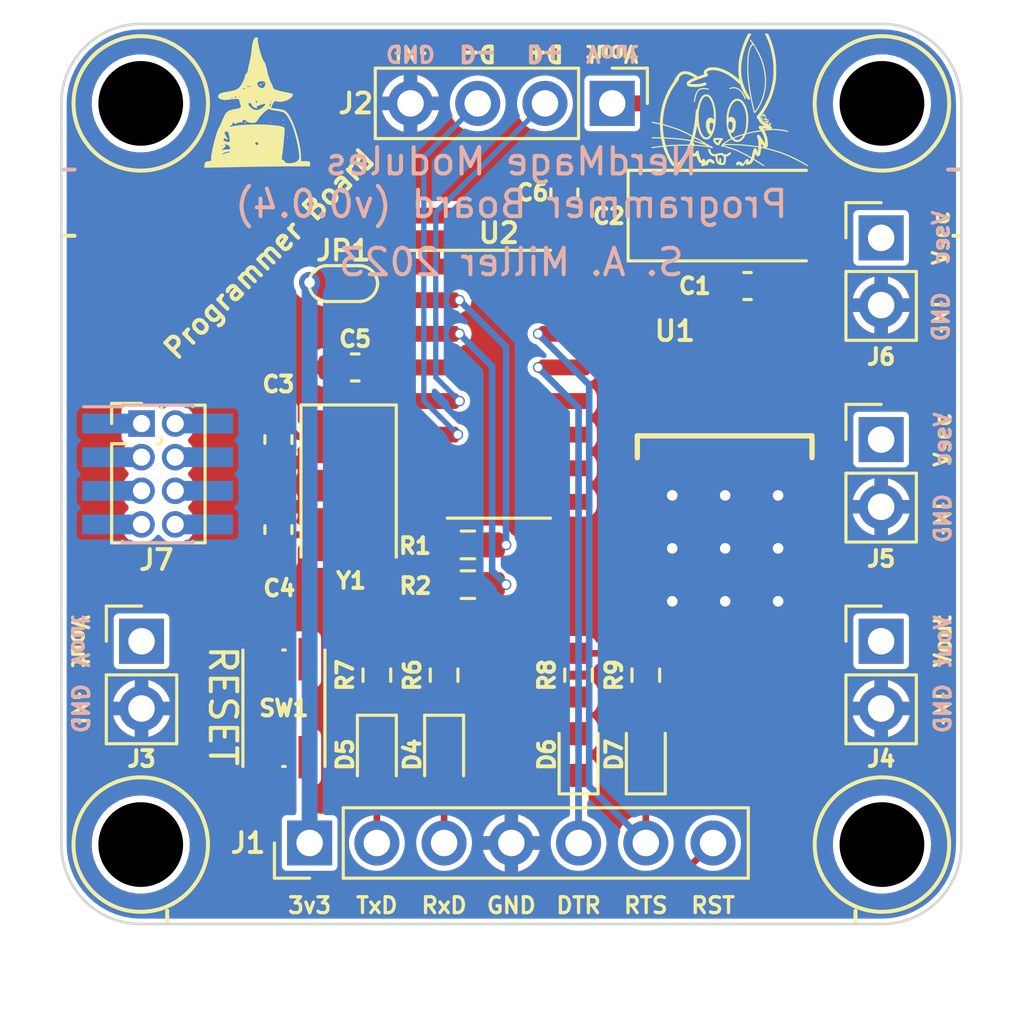
<source format=kicad_pcb>
(kicad_pcb (version 20211014) (generator pcbnew)
  (title_block (title "Programmer Board") (rev "0.0.4") (company "The Nerd Mage"))
  (layers (0 "F.Cu" signal) (31 "B.Cu" signal) (34 "B.Paste" user) (35 "F.Paste" user) (36 "B.SilkS" user "B.Silkscreen") (37 "F.SilkS" user "F.Silkscreen") (38 "B.Mask" user) (39 "F.Mask" user) (44 "Edge.Cuts" user))
  (property "Revision" "0.0.4")
  (net 0 "")
  (net 1 "UD+")
  (net 2 "UD-")
  (net 3 "GND")
  (net 4 "Vout")
  (net 7 "SDA")
  (net 8 "SCL")
  (net 9 "RESET")
  (net 10 "ATTACH")
  (net 11 "POWER_OK2")
  (net 12 "POWER_OK3")
  (net 13 "ALERT")
  (net 14 "GPIO")
  (net 15 "Vsec")
  (net 16 "/XI")
  (net 17 "/XO")
  (net 18 "Net-(R1-Pad1)")
  (net 19 "IO3")
  (net 20 "Net-(R2-Pad1)")
  (net 21 "IO1")
  (net 22 "CTS")
  (net 23 "DSR")
  (net 24 "RI")
  (net 25 "DCD")
  (net 26 "DTR")
  (net 27 "RTS")
  (net 29 "RST")
  (net 32 "+3V3")
  (net 33 "Net-(R6-Pad2)")
  (net 34 "Net-(R7-Pad2)")
  (net 35 "Net-(R8-Pad1)")
  (net 36 "Net-(D7-Pad2)")
  (footprint "Tinker:Mount" (layer "F.Cu") (at 114 101)
    (fp_text reference "REF**" hide)
    (fp_text value "Mount" hide)
    (pad "" np_thru_hole circle (at 0 0) (size 3.2 3.2) (drill 3.2) (layers *.Mask))
  )
  (footprint "Resistor_SMD:R_0603_1608Metric" (layer "F.Cu") (at 102.54 94.6 90)
    (fp_text reference "R8" (at 0 -1.2 90) (layer "F.SilkS") (effects (font (size 0.6 0.6))))
    (fp_text value "1k")
    (pad "1" smd roundrect (at -0.825 0 90) (size 0.8 0.95) (layers "F.Cu" "F.Paste" "F.Mask") (net 35 "Net-(R8-Pad1)"))
    (pad "2" smd roundrect (at 0.825 0 90) (size 0.8 0.95) (layers "F.Cu" "F.Paste" "F.Mask") (net 15 "Vsec"))
  )
  (footprint "Resistor_SMD:R_0603_1608Metric" (layer "F.Cu") (at 94.92 94.6 -90)
    (fp_text reference "R7" (at 0 1.2 90) (layer "F.SilkS") (effects (font (size 0.6 0.6))))
    (fp_text value "1k")
    (pad "1" smd roundrect (at -0.825 0 270) (size 0.8 0.95) (layers "F.Cu" "F.Paste" "F.Mask") (net 3 "GND"))
    (pad "2" smd roundrect (at 0.825 0 270) (size 0.8 0.95) (layers "F.Cu" "F.Paste" "F.Mask") (net 34 "Net-(R7-Pad2)"))
  )
  (footprint "Tinker:PinHeader_2x04_P1.27mm_Vertical" (layer "F.Cu") (at 86.03 85.095)
    (fp_text reference "J7" (at 0.560122 5.155017) (layer "F.SilkS") (effects (font (size 0.75 0.75))))
    (fp_text value "Conn_01x08_Male" hide)
    (pad "1" thru_hole rect (at 0 0) (size 1 1) (drill 0.65) (layers *.Cu *.Mask) (net 9 "RESET"))
    (pad "1" smd rect (at -1.195 0) (size 2.1 0.75) (layers "B.Cu" "B.Paste" "B.Mask") (net 9 "RESET"))
    (pad "2" thru_hole oval (at 1.27 0) (size 1 1) (drill 0.65) (layers *.Cu *.Mask) (net 10 "ATTACH"))
    (pad "2" smd rect (at 2.405 0) (size 2.1 0.75) (layers "B.Cu" "B.Paste" "B.Mask") (net 10 "ATTACH"))
    (pad "3" smd rect (at -1.195 1.27) (size 2.1 0.75) (layers "B.Cu" "B.Paste" "B.Mask") (net 8 "SCL"))
    (pad "3" thru_hole oval (at 0 1.27) (size 1 1) (drill 0.65) (layers *.Cu *.Mask) (net 8 "SCL"))
    (pad "4" thru_hole oval (at 1.27 1.27) (size 1 1) (drill 0.65) (layers *.Cu *.Mask) (net 11 "POWER_OK2"))
    (pad "4" smd rect (at 2.405 1.27) (size 2.1 0.75) (layers "B.Cu" "B.Paste" "B.Mask") (net 11 "POWER_OK2"))
    (pad "5" thru_hole oval (at 0 2.54) (size 1 1) (drill 0.65) (layers *.Cu *.Mask) (net 7 "SDA"))
    (pad "5" smd rect (at -1.195 2.54) (size 2.1 0.75) (layers "B.Cu" "B.Paste" "B.Mask") (net 7 "SDA"))
    (pad "6" smd rect (at 2.405 2.54) (size 2.1 0.75) (layers "B.Cu" "B.Paste" "B.Mask") (net 12 "POWER_OK3"))
    (pad "6" thru_hole oval (at 1.27 2.54) (size 1 1) (drill 0.65) (layers *.Cu *.Mask) (net 12 "POWER_OK3"))
    (pad "7" smd rect (at -1.195 3.81) (size 2.1 0.75) (layers "B.Cu" "B.Paste" "B.Mask") (net 13 "ALERT"))
    (pad "7" thru_hole oval (at 0 3.81) (size 1 1) (drill 0.65) (layers *.Cu *.Mask) (net 13 "ALERT"))
    (pad "8" smd rect (at 2.405 3.81) (size 2.1 0.75) (layers "B.Cu" "B.Paste" "B.Mask") (net 14 "GPIO"))
    (pad "8" thru_hole oval (at 1.27 3.81) (size 1 1) (drill 0.65) (layers *.Cu *.Mask) (net 14 "GPIO"))
  )
  (footprint "Tinker:Mount" (layer "F.Cu") (at 86 101)
    (fp_text reference "REF**" hide)
    (fp_text value "Mount" hide)
    (pad "" np_thru_hole circle (at 0 0) (size 3.2 3.2) (drill 3.2) (layers *.Mask))
  )
  (footprint "Tinker:DagNabbit" (layer "F.Cu") (at 108 73.5)
    (fp_text reference "REF**" hide)
    (fp_text value "DagNabbit" hide)
  )
  (footprint "Capacitor_SMD:C_0603_1608Metric_Pad1.08x0.95mm_HandSolder" (layer "F.Cu") (at 91.2 89.1 90)
    (fp_text reference "C4" (at -2.216513 0.035654) (layer "F.SilkS") (effects (font (size 0.6 0.6))))
    (fp_text value "20p")
    (pad "1" smd roundrect (at -0.8625 0 90) (size 1.075 0.95) (layers "F.Cu" "F.Paste" "F.Mask") (net 17 "/XO"))
    (pad "2" smd roundrect (at 0.8625 0 90) (size 1.075 0.95) (layers "F.Cu" "F.Paste" "F.Mask") (net 3 "GND"))
  )
  (footprint "Resistor_SMD:R_0603_1608Metric_Pad0.98x0.95mm_HandSolder" (layer "F.Cu") (at 98.358907 91.18 180)
    (fp_text reference "R2" (at 1.982451 -0.048846) (layer "F.SilkS") (effects (font (size 0.6 0.6))))
    (fp_text value "10K")
    (pad "1" smd roundrect (at -0.9125 0 180) (size 0.975 0.95) (layers "F.Cu" "F.Paste" "F.Mask") (net 20 "Net-(R2-Pad1)"))
    (pad "2" smd roundrect (at 0.9125 0 180) (size 0.975 0.95) (layers "F.Cu" "F.Paste" "F.Mask") (net 21 "IO1"))
  )
  (footprint "Capacitor_SMD:C_0603_1608Metric_Pad1.08x0.95mm_HandSolder" (layer "F.Cu") (at 91.2 85.7 -90)
    (fp_text reference "C3" (at -2.087623 0) (layer "F.SilkS") (effects (font (size 0.6 0.6))))
    (fp_text value "20p")
    (pad "1" smd roundrect (at -0.8625 0 270) (size 1.075 0.95) (layers "F.Cu" "F.Paste" "F.Mask") (net 16 "/XI"))
    (pad "2" smd roundrect (at 0.8625 0 270) (size 1.075 0.95) (layers "F.Cu" "F.Paste" "F.Mask") (net 3 "GND"))
  )
  (footprint "Package_SO:SOIC-16_3.9x9.9mm_P1.27mm" (layer "F.Cu") (at 99.527801 83.610076)
    (fp_text reference "U2" (at 0 -5.710076) (layer "F.SilkS") (effects (font (size 0.75 0.75))))
    (fp_text value "CH340G/C")
    (pad "1" smd roundrect (at -2.475 -4.445) (size 1.95 0.6) (layers "F.Cu" "F.Paste" "F.Mask") (net 3 "GND"))
    (pad "2" smd roundrect (at -2.475 -3.175) (size 1.95 0.6) (layers "F.Cu" "F.Paste" "F.Mask") (net 18 "Net-(R1-Pad1)"))
    (pad "3" smd roundrect (at -2.475 -1.905) (size 1.95 0.6) (layers "F.Cu" "F.Paste" "F.Mask") (net 20 "Net-(R2-Pad1)"))
    (pad "4" smd roundrect (at -2.475 -0.635) (size 1.95 0.6) (layers "F.Cu" "F.Paste" "F.Mask") (net 15 "Vsec"))
    (pad "5" smd roundrect (at -2.475 0.635) (size 1.95 0.6) (layers "F.Cu" "F.Paste" "F.Mask") (net 1 "UD+"))
    (pad "6" smd roundrect (at -2.475 1.905) (size 1.95 0.6) (layers "F.Cu" "F.Paste" "F.Mask") (net 2 "UD-"))
    (pad "7" smd roundrect (at -2.475 3.175) (size 1.95 0.6) (layers "F.Cu" "F.Paste" "F.Mask") (net 16 "/XI"))
    (pad "8" smd roundrect (at -2.475 4.445) (size 1.95 0.6) (layers "F.Cu" "F.Paste" "F.Mask") (net 17 "/XO"))
    (pad "9" smd roundrect (at 2.475 4.445) (size 1.95 0.6) (layers "F.Cu" "F.Paste" "F.Mask") (net 22 "CTS"))
    (pad "10" smd roundrect (at 2.475 3.175) (size 1.95 0.6) (layers "F.Cu" "F.Paste" "F.Mask") (net 23 "DSR"))
    (pad "11" smd roundrect (at 2.475 1.905) (size 1.95 0.6) (layers "F.Cu" "F.Paste" "F.Mask") (net 24 "RI"))
    (pad "12" smd roundrect (at 2.475 0.635) (size 1.95 0.6) (layers "F.Cu" "F.Paste" "F.Mask") (net 25 "DCD"))
    (pad "13" smd roundrect (at 2.475 -0.635) (size 1.95 0.6) (layers "F.Cu" "F.Paste" "F.Mask") (net 26 "DTR"))
    (pad "14" smd roundrect (at 2.475 -1.905) (size 1.95 0.6) (layers "F.Cu" "F.Paste" "F.Mask") (net 27 "RTS"))
    (pad "15" smd roundrect (at 2.475 -3.175) (size 1.95 0.6) (layers "F.Cu" "F.Paste" "F.Mask"))
    (pad "16" smd roundrect (at 2.475 -4.445) (size 1.95 0.6) (layers "F.Cu" "F.Paste" "F.Mask") (net 15 "Vsec"))
  )
  (footprint "Tinker:PinHeader_1x02_P2.54mm_Vertical" (layer "F.Cu") (at 113.97 93.32)
    (fp_text reference "J4" (at 0 4.44169) (layer "F.SilkS") (effects (font (size 0.6 0.6))))
    (fp_text value "Conn_01x02_Male" hide)
    (pad "1" thru_hole rect (at 0 0) (size 1.7 1.7) (drill 1) (layers *.Cu *.Mask))
    (pad "2" thru_hole oval (at 0 2.54) (size 1.7 1.7) (drill 1) (layers *.Cu *.Mask) (net 3 "GND"))
  )
  (footprint "Tinker:CP_EIA-6032-28-Tantalumm_HandSolder" (layer "F.Cu") (at 108.146545 77.24)
    (fp_text reference "C2" (at -4.460348 0.016069) (layer "F.SilkS") (effects (font (size 0.6 0.6))))
    (fp_text value "22uf" hide)
    (pad "1" smd roundrect (at -2.55 0) (size 2.25 2.35) (layers "F.Cu" "F.Paste" "F.Mask") (roundrect_rratio 0.111111) (net 15 "Vsec"))
    (pad "2" smd roundrect (at 2.55 0) (size 2.25 2.35) (layers "F.Cu" "F.Paste" "F.Mask") (roundrect_rratio 0.111111) (net 3 "GND"))
  )
  (footprint "Capacitor_SMD:C_0603_1608Metric_Pad1.08x0.95mm_HandSolder" (layer "F.Cu") (at 102.002801 76.3775 90)
    (fp_text reference "C6" (at 0.00549 -1.202801) (layer "F.SilkS") (effects (font (size 0.6 0.6))))
    (fp_text value "100nf")
    (pad "1" smd roundrect (at -0.8625 0 90) (size 1.075 0.95) (layers "F.Cu" "F.Paste" "F.Mask") (net 15 "Vsec"))
    (pad "2" smd roundrect (at 0.8625 0 90) (size 1.075 0.95) (layers "F.Cu" "F.Paste" "F.Mask") (net 3 "GND"))
  )
  (footprint "Tinker:Mount" (layer "F.Cu") (at 114 73)
    (fp_text reference "REF**" hide)
    (fp_text value "Mount" hide)
    (pad "" np_thru_hole circle (at 0 0) (size 3.2 3.2) (drill 3.2) (layers *.Mask))
  )
  (footprint "Crystal:Crystal_SMD_5032-2Pin_5.0x3.2mm" (layer "F.Cu") (at 93.852613 87.442 -90)
    (fp_text reference "Y1" (at 3.589448 -0.096252) (layer "F.SilkS") (effects (font (size 0.6 0.6))))
    (fp_text value "12M")
    (pad "1" smd rect (at -1.85 0 270) (size 2 2.4) (layers "F.Cu" "F.Paste" "F.Mask") (net 16 "/XI"))
    (pad "2" smd rect (at 1.85 0 270) (size 2 2.4) (layers "F.Cu" "F.Paste" "F.Mask") (net 17 "/XO"))
  )
  (footprint "Resistor_SMD:R_0603_1608Metric" (layer "F.Cu") (at 105.08 94.6 90)
    (fp_text reference "R9" (at 0 -1.2 90) (layer "F.SilkS") (effects (font (size 0.6 0.6))))
    (fp_text value "1k")
    (pad "1" smd roundrect (at -0.825 0 90) (size 0.8 0.95) (layers "F.Cu" "F.Paste" "F.Mask") (net 36 "Net-(D7-Pad2)"))
    (pad "2" smd roundrect (at 0.825 0 90) (size 0.8 0.95) (layers "F.Cu" "F.Paste" "F.Mask") (net 15 "Vsec"))
  )
  (footprint "Tinker:SW_Push_TS273014TP" (layer "F.Cu") (at 91.409081 95.849328 90)
    (fp_text reference "SW1" (at 0 0) (layer "F.SilkS") (effects (font (size 0.6 0.6))))
    (fp_text value "SW_Push" hide)
    (pad "1" smd rect (at 1.85 -0.85 90) (size 1.6 0.6) (layers "F.Cu" "F.Paste" "F.Mask") (net 29 "RST"))
    (pad "1" smd rect (at -1.85 -0.85 90) (size 1.6 0.6) (layers "F.Cu" "F.Paste" "F.Mask") (net 29 "RST"))
    (pad "2" smd rect (at -1.85 0.85 90) (size 1.6 0.6) (layers "F.Cu" "F.Paste" "F.Mask") (net 32 "+3V3"))
    (pad "2" smd rect (at 1.85 0.85 90) (size 1.6 0.6) (layers "F.Cu" "F.Paste" "F.Mask") (net 32 "+3V3"))
  )
  (footprint "Tinker:PinHeader_1x02_P2.54mm_Vertical" (layer "F.Cu") (at 86.03 93.32)
    (fp_text reference "J3" (at 0 4.44169) (layer "F.SilkS") (effects (font (size 0.6 0.6))))
    (fp_text value "Conn_01x02_Male" hide)
    (pad "1" thru_hole rect (at 0 0) (size 1.7 1.7) (drill 1) (layers *.Cu *.Mask))
    (pad "2" thru_hole oval (at 0 2.54) (size 1.7 1.7) (drill 1) (layers *.Cu *.Mask) (net 3 "GND"))
  )
  (footprint "Resistor_SMD:R_0603_1608Metric" (layer "F.Cu") (at 97.46 94.6 -90)
    (fp_text reference "R6" (at 0 1.2 90) (layer "F.SilkS") (effects (font (size 0.6 0.6))))
    (fp_text value "1k")
    (pad "1" smd roundrect (at -0.825 0 270) (size 0.8 0.95) (layers "F.Cu" "F.Paste" "F.Mask") (net 3 "GND"))
    (pad "2" smd roundrect (at 0.825 0 270) (size 0.8 0.95) (layers "F.Cu" "F.Paste" "F.Mask") (net 33 "Net-(R6-Pad2)"))
  )
  (footprint "LED_SMD:LED_0603_1608Metric" (layer "F.Cu") (at 102.54 97.6 90)
    (fp_text reference "D6" (at 0 -1.2 90) (layer "F.SilkS") (effects (font (size 0.6 0.6))))
    (fp_text value "yellow")
    (pad "1" smd roundrect (at -0.7875 0 90) (size 0.875 0.95) (layers "F.Cu" "F.Paste" "F.Mask") (net 26 "DTR"))
    (pad "2" smd roundrect (at 0.7875 0 90) (size 0.875 0.95) (layers "F.Cu" "F.Paste" "F.Mask") (net 35 "Net-(R8-Pad1)"))
  )
  (footprint "LED_SMD:LED_0603_1608Metric" (layer "F.Cu") (at 97.46 97.6 -90)
    (fp_text reference "D4" (at 0 1.2 90) (layer "F.SilkS") (effects (font (size 0.6 0.6))))
    (fp_text value "red")
    (pad "1" smd roundrect (at -0.7875 0 270) (size 0.875 0.95) (layers "F.Cu" "F.Paste" "F.Mask") (net 33 "Net-(R6-Pad2)"))
    (pad "2" smd roundrect (at 0.7875 0 270) (size 0.875 0.95) (layers "F.Cu" "F.Paste" "F.Mask") (net 21 "IO1"))
  )
  (footprint "Resistor_SMD:R_0603_1608Metric_Pad0.98x0.95mm_HandSolder" (layer "F.Cu") (at 98.358907 89.68 180)
    (fp_text reference "R1" (at 1.999799 -0.038663) (layer "F.SilkS") (effects (font (size 0.6 0.6))))
    (fp_text value "10K")
    (pad "1" smd roundrect (at -0.9125 0 180) (size 0.975 0.95) (layers "F.Cu" "F.Paste" "F.Mask") (net 18 "Net-(R1-Pad1)"))
    (pad "2" smd roundrect (at 0.9125 0 180) (size 0.975 0.95) (layers "F.Cu" "F.Paste" "F.Mask") (net 19 "IO3"))
  )
  (footprint "Tinker:R1501J033BT1JE" (layer "F.Cu") (at 108.058834 87.584151 180)
    (fp_text reference "U1" (at 1.882154 5.985121) (layer "F.SilkS") (effects (font (size 0.75 0.75))))
    (fp_text value "R1501J033B-T1-JE" hide)
    (pad "1" smd rect (at -2.54 4.075 180) (size 0.8 2.5) (layers "F.Cu" "F.Paste" "F.Mask") (net 4 "Vout"))
    (pad "2" smd rect (at -1.27 4.075 180) (size 0.8 2.5) (layers "F.Cu" "F.Paste" "F.Mask") (net 3 "GND"))
    (pad "3" smd rect (at 0 4.075 180) (size 0.8 2.5) (layers "F.Cu" "F.Paste" "F.Mask") (net 3 "GND"))
    (pad "4" smd rect (at 1.27 4.075 180) (size 0.8 2.5) (layers "F.Cu" "F.Paste" "F.Mask") (net 4 "Vout"))
    (pad "5" smd rect (at 2.54 4.075 180) (size 0.8 2.5) (layers "F.Cu" "F.Paste" "F.Mask") (net 15 "Vsec"))
    (pad "6" smd rect (at 0 -2.175 180) (size 6 6) (layers "F.Cu" "F.Paste" "F.Mask") (net 3 "GND"))
  )
  (footprint "LED_SMD:LED_0603_1608Metric" (layer "F.Cu") (at 94.92 97.6 -90)
    (fp_text reference "D5" (at 0 1.2 90) (layer "F.SilkS") (effects (font (size 0.6 0.6))))
    (fp_text value "green")
    (pad "1" smd roundrect (at -0.7875 0 270) (size 0.875 0.95) (layers "F.Cu" "F.Paste" "F.Mask") (net 34 "Net-(R7-Pad2)"))
    (pad "2" smd roundrect (at 0.7875 0 270) (size 0.875 0.95) (layers "F.Cu" "F.Paste" "F.Mask") (net 19 "IO3"))
  )
  (footprint "Tinker:Mount" (layer "F.Cu") (at 86 73)
    (fp_text reference "REF**" hide)
    (fp_text value "Mount" hide)
    (pad "" np_thru_hole circle (at 0 0) (size 3.2 3.2) (drill 3.2) (layers *.Mask))
  )
  (footprint "Capacitor_SMD:C_0603_1608Metric_Pad1.08x0.95mm_HandSolder" (layer "F.Cu") (at 94.1 82.975076 180)
    (fp_text reference "C5" (at 0 1.075076) (layer "F.SilkS") (effects (font (size 0.6 0.6))))
    (fp_text value "10nf")
    (pad "1" smd roundrect (at -0.8625 0 180) (size 1.075 0.95) (layers "F.Cu" "F.Paste" "F.Mask") (net 15 "Vsec"))
    (pad "2" smd roundrect (at 0.8625 0 180) (size 1.075 0.95) (layers "F.Cu" "F.Paste" "F.Mask") (net 3 "GND"))
  )
  (footprint "Tinker:NerdMage" (layer "F.Cu") (at 90.4 72.9)
    (fp_text reference "G***" hide)
    (fp_text value "LOGO" hide)
  )
  (footprint "LED_SMD:LED_0603_1608Metric" (layer "F.Cu") (at 105.08 97.6 90)
    (fp_text reference "D7" (at 0 -1.2 90) (layer "F.SilkS") (effects (font (size 0.6 0.6))))
    (fp_text value "yellow")
    (pad "1" smd roundrect (at -0.7875 0 90) (size 0.875 0.95) (layers "F.Cu" "F.Paste" "F.Mask") (net 27 "RTS"))
    (pad "2" smd roundrect (at 0.7875 0 90) (size 0.875 0.95) (layers "F.Cu" "F.Paste" "F.Mask") (net 36 "Net-(D7-Pad2)"))
  )
  (footprint "Connector_PinHeader_2.54mm:PinHeader_1x07_P2.54mm_Vertical" (layer "F.Cu") (at 92.38 100.94 90)
    (fp_text reference "J1" (at 0 -2.33 180) (layer "F.SilkS") (effects (font (size 0.75 0.75))))
    (fp_text value "Conn_01x07_Male")
    (pad "1" thru_hole rect (at 0 0 90) (size 1.7 1.7) (drill 1) (layers *.Cu *.Mask) (net 32 "+3V3"))
    (pad "2" thru_hole oval (at 0 2.54 90) (size 1.7 1.7) (drill 1) (layers *.Cu *.Mask) (net 19 "IO3"))
    (pad "3" thru_hole oval (at 0 5.08 90) (size 1.7 1.7) (drill 1) (layers *.Cu *.Mask) (net 21 "IO1"))
    (pad "4" thru_hole oval (at 0 7.62 90) (size 1.7 1.7) (drill 1) (layers *.Cu *.Mask) (net 3 "GND"))
    (pad "5" thru_hole oval (at 0 10.16 90) (size 1.7 1.7) (drill 1) (layers *.Cu *.Mask) (net 26 "DTR"))
    (pad "6" thru_hole oval (at 0 12.7 90) (size 1.7 1.7) (drill 1) (layers *.Cu *.Mask) (net 27 "RTS"))
    (pad "7" thru_hole oval (at 0 15.24 90) (size 1.7 1.7) (drill 1) (layers *.Cu *.Mask) (net 29 "RST"))
  )
  (footprint "Tinker:PinHeader_1x02_P2.54mm_Vertical" (layer "F.Cu") (at 113.97 85.7)
    (fp_text reference "J5" (at 0 4.504702) (layer "F.SilkS") (effects (font (size 0.6 0.6))))
    (fp_text value "Conn_01x02_Male" hide)
    (pad "1" thru_hole rect (at 0 0) (size 1.7 1.7) (drill 1) (layers *.Cu *.Mask))
    (pad "2" thru_hole oval (at 0 2.54) (size 1.7 1.7) (drill 1) (layers *.Cu *.Mask) (net 3 "GND"))
  )
  (footprint "Tinker:PinHeader_1x04_P2.54mm_Vertical" (layer "F.Cu") (at 103.81 73 -90)
    (fp_text reference "J2" (at 0 9.68773) (layer "F.SilkS") (effects (font (size 0.75 0.75))))
    (fp_text value "Conn_01x04_Male" hide)
    (pad "1" thru_hole rect (at 0 0 270) (size 1.7 1.7) (drill 1) (layers *.Cu *.Mask) (net 4 "Vout"))
    (pad "2" thru_hole oval (at 0 2.54 270) (size 1.7 1.7) (drill 1) (layers *.Cu *.Mask) (net 1 "UD+"))
    (pad "3" thru_hole oval (at 0 5.08 270) (size 1.7 1.7) (drill 1) (layers *.Cu *.Mask) (net 2 "UD-"))
    (pad "4" thru_hole oval (at 0 7.62 270) (size 1.7 1.7) (drill 1) (layers *.Cu *.Mask) (net 3 "GND"))
  )
  (footprint "Tinker:PinHeader_1x02_P2.54mm_Vertical" (layer "F.Cu") (at 113.97 78.08)
    (fp_text reference "J6" (at 0 4.495315) (layer "F.SilkS") (effects (font (size 0.6 0.6))))
    (fp_text value "Conn_01x02_Male" hide)
    (pad "1" thru_hole rect (at 0 0) (size 1.7 1.7) (drill 1) (layers *.Cu *.Mask))
    (pad "2" thru_hole oval (at 0 2.54) (size 1.7 1.7) (drill 1) (layers *.Cu *.Mask) (net 3 "GND"))
  )
  (footprint "Capacitor_SMD:C_0603_1608Metric" (layer "F.Cu") (at 108.921545 79.9)
    (fp_text reference "C1" (at -1.989302 0) (layer "F.SilkS") (effects (font (size 0.6 0.6))))
    (fp_text value "1.0uF")
    (pad "1" smd roundrect (at -0.775 0) (size 0.9 0.95) (layers "F.Cu" "F.Paste" "F.Mask") (net 4 "Vout"))
    (pad "2" smd roundrect (at 0.775 0) (size 0.9 0.95) (layers "F.Cu" "F.Paste" "F.Mask") (net 3 "GND"))
  )
  (footprint "Tinker:SolderJumper-2_P_Open_Rounded_skinny" (layer "F.Cu") (at 93.648266 79.807094 180)
    (fp_text reference "JP1" (at -0.002726 1.246001) (layer "F.SilkS") (effects (font (size 0.75 0.75))))
    (fp_text value "SolderJumper_2_Open" hide)
    (pad "1" smd custom (at -0.65 0 180) (size 1 0.2) (layers "F.Cu" "F.Mask") (net 15 "Vsec") (options (clearance outline) (anchor rect)) (primitives (gr_circle (center 0 0.1) (end 0.5 0.1) (width 0) (fill yes)) (gr_circle (center 0 -0.1) (end 0.5 -0.1) (width 0) (fill yes)) (gr_poly (pts (xy 0.5 0.6) (xy 0 0.6) (xy 0 -0.6) (xy 0.5 -0.6)) (width 0) (fill yes))))
    (pad "2" smd custom (at 0.65 0 180) (size 1 0.2) (layers "F.Cu" "F.Mask") (net 32 "+3V3") (options (clearance outline) (anchor rect)) (primitives (gr_circle (center 0 0.1) (end 0.5 0.1) (width 0) (fill yes)) (gr_circle (center 0 -0.1) (end 0.5 -0.1) (width 0) (fill yes)) (gr_poly (pts (xy 0 0.6) (xy -0.5 0.6) (xy -0.5 -0.6) (xy 0 -0.6)) (width 0) (fill yes))))
  )
  (gr_line (start 83.1 75.5) (end 83.5 75.5) (layer "B.SilkS") (width 0.15))
  (gr_line (start 116.5 75.5) (end 116.9 75.5) (layer "B.SilkS") (width 0.15))
  (gr_line (start 113 103.9) (end 113 103.5) (layer "F.SilkS") (width 0.15))
  (gr_line (start 83.1 78) (end 83.5 78) (layer "F.SilkS") (width 0.15))
  (gr_line (start 116.7 78) (end 116.9 78) (layer "F.SilkS") (width 0.15))
  (gr_line (start 87 103.9) (end 87 103.5) (layer "F.SilkS") (width 0.15))
  (gr_line (start 117 73) (end 117 101) (layer "Edge.Cuts") (width 0.1))
  (gr_arc (start 86 104) (mid 83.87868 103.12132) (end 83 101) (layer "Edge.Cuts") (width 0.1))
  (gr_arc (start 83 73) (mid 83.87868 70.87868) (end 86 70) (layer "Edge.Cuts") (width 0.1))
  (gr_line (start 86 70) (end 114 70) (layer "Edge.Cuts") (width 0.1))
  (gr_line (start 83 101) (end 83 73) (layer "Edge.Cuts") (width 0.1))
  (gr_arc (start 114 70) (mid 116.12132 70.87868) (end 117 73) (layer "Edge.Cuts") (width 0.1))
  (gr_line (start 86 104) (end 114 104) (layer "Edge.Cuts") (width 0.1))
  (gr_arc (start 117 101) (mid 116.12132 103.12132) (end 114 104) (layer "Edge.Cuts") (width 0.1))
  (gr_text "NerdMage Modules\n${TITLE} (v${REVISION})" (at 100 76) (layer "B.SilkS") (effects (font (size 1 1)) (justify mirror)))
  (gr_text "D+" (at 101.27 71.12 180) (layer "B.SilkS") (effects (font (size 0.6 0.6)) (justify mirror)))
  (gr_text "GND" (at 116.3 88.68 90) (layer "B.SilkS") (effects (font (size 0.6 0.6) (thickness 0.125)) (justify mirror)))
  (gr_text "GND" (at 83.7 95.86 270) (layer "B.SilkS") (effects (font (size 0.6 0.6) (thickness 0.125)) (justify mirror)))
  (gr_text "Vout" (at 116.3 93.32 90) (layer "B.SilkS") (effects (font (size 0.6 0.6) (thickness 0.125)) (justify mirror)))
  (gr_text "GND" (at 116.232854 81.06 90) (layer "B.SilkS") (effects (font (size 0.6 0.6) (thickness 0.125)) (justify mirror)))
  (gr_text "D-" (at 98.73 71.12 180) (layer "B.SilkS") (effects (font (size 0.6 0.6)) (justify mirror)))
  (gr_text "Vout" (at 103.81 71.12 180) (layer "B.SilkS") (effects (font (size 0.6 0.6) (thickness 0.125)) (justify mirror)))
  (gr_text "Vsec" (at 116.3 85.7 90) (layer "B.SilkS") (effects (font (size 0.6 0.6) (thickness 0.125)) (justify mirror)))
  (gr_text "Vsec" (at 116.232854 78.08 90) (layer "B.SilkS") (effects (font (size 0.6 0.6) (thickness 0.125)) (justify mirror)))
  (gr_text "GND" (at 116.3 95.86 90) (layer "B.SilkS") (effects (font (size 0.6 0.6) (thickness 0.125)) (justify mirror)))
  (gr_text "S. A. Miller 2023" (at 100 79) (layer "B.SilkS") (effects (font (size 1 1)) (justify mirror)))
  (gr_text "Vout" (at 83.7 93.32 270) (layer "B.SilkS") (effects (font (size 0.6 0.6) (thickness 0.125)) (justify mirror)))
  (gr_text "GND" (at 96.19 71.12 180) (layer "B.SilkS") (effects (font (size 0.6 0.6) (thickness 0.125)) (justify mirror)))
  (gr_text "3v3" (at 92.38 103.3) (layer "F.SilkS") (effects (font (size 0.6 0.6) (thickness 0.125))))
  (gr_text "RESET" (at 89.100638 95.759312 -90) (layer "F.SilkS") (effects (font (size 1 1))))
  (gr_text "RST" (at 107.62 103.3) (layer "F.SilkS") (effects (font (size 0.6 0.6) (thickness 0.125))))
  (gr_text "Vout" (at 116.3 93.32 90) (layer "F.SilkS") (effects (font (size 0.6 0.6) (thickness 0.125))))
  (gr_text "GND" (at 116.232854 81.06 90) (layer "F.SilkS") (effects (font (size 0.6 0.6) (thickness 0.125))))
  (gr_text "D-" (at 98.73 71.12 180) (layer "F.SilkS") (effects (font (size 0.6 0.6))))
  (gr_text "D+" (at 101.27 71.12 180) (layer "F.SilkS") (effects (font (size 0.6 0.6))))
  (gr_text "GND" (at 116.3 88.68 90) (layer "F.SilkS") (effects (font (size 0.6 0.6) (thickness 0.125))))
  (gr_text "GND" (at 100 103.3) (layer "F.SilkS") (effects (font (size 0.6 0.6) (thickness 0.125))))
  (gr_text "RxD" (at 97.46 103.3) (layer "F.SilkS") (effects (font (size 0.6 0.6) (thickness 0.125))))
  (gr_text "GND" (at 96.19 71.12 180) (layer "F.SilkS") (effects (font (size 0.6 0.6) (thickness 0.125))))
  (gr_text "GND" (at 116.3 95.86 90) (layer "F.SilkS") (effects (font (size 0.6 0.6) (thickness 0.125))))
  (gr_text "TxD" (at 94.92 103.3) (layer "F.SilkS") (effects (font (size 0.6 0.6) (thickness 0.125))))
  (gr_text "GND" (at 83.7 95.86 270) (layer "F.SilkS") (effects (font (size 0.6 0.6) (thickness 0.125))))
  (gr_text "${TITLE}" (at 90.854762 78.695202 45) (layer "F.SilkS") (effects (font (size 0.75 0.75))))
  (gr_text "Vout" (at 103.81 71.12 180) (layer "F.SilkS") (effects (font (size 0.6 0.6) (thickness 0.125))))
  (gr_text "Vsec" (at 116.3 85.7 90) (layer "F.SilkS") (effects (font (size 0.6 0.6) (thickness 0.125))))
  (gr_text "Vout" (at 83.7 93.32 270) (layer "F.SilkS") (effects (font (size 0.6 0.6) (thickness 0.125))))
  (gr_text "Vsec" (at 116.232854 78.08 90) (layer "F.SilkS") (effects (font (size 0.6 0.6) (thickness 0.125))))
  (gr_text "RTS" (at 105.08 103.3) (layer "F.SilkS") (effects (font (size 0.6 0.6) (thickness 0.125))))
  (gr_text "DTR" (at 102.54 103.3) (layer "F.SilkS") (effects (font (size 0.6 0.6) (thickness 0.125))))
  (via (at 98.040273 84.245076) (size 0.4) (drill 0.3) (layers "F.Cu" "B.Cu") (net 1))
  (segment (start 97.144433 83.349236) (end 98.040273 84.245076) (width 0.2) (layer "B.Cu") (net 1))
  (segment (start 101.27 73) (end 97.144433 77.125567) (width 0.2) (layer "B.Cu") (net 1))
  (segment (start 97.144433 77.125567) (end 97.144433 83.349236) (width 0.2) (layer "B.Cu") (net 1))
  (via (at 97.978004 85.515076) (size 0.4) (drill 0.3) (layers "F.Cu" "B.Cu") (net 2))
  (segment (start 97.978004 85.515076) (end 96.694433 84.231505) (width 0.2) (layer "B.Cu") (net 2))
  (segment (start 96.694433 84.231505) (end 96.694433 75.035567) (width 0.2) (layer "B.Cu") (net 2))
  (segment (start 96.694433 75.035567) (end 98.73 73) (width 0.2) (layer "B.Cu") (net 2))
  (via (at 108.07801 89.809994) (size 0.8) (drill 0.4) (layers "F.Cu" "B.Cu") (net 3))
  (via (at 110.07801 87.809994) (size 0.8) (drill 0.4) (layers "F.Cu" "B.Cu") (net 3))
  (via (at 110.07801 89.809994) (size 0.8) (drill 0.4) (layers "F.Cu" "B.Cu") (net 3))
  (via (at 110.07801 91.809994) (size 0.8) (drill 0.4) (layers "F.Cu" "B.Cu") (net 3))
  (via (at 108.07801 87.809994) (size 0.8) (drill 0.4) (layers "F.Cu" "B.Cu") (net 3))
  (via (at 106.07801 89.809994) (size 0.8) (drill 0.4) (layers "F.Cu" "B.Cu") (net 3))
  (via (at 106.07801 91.809994) (size 0.8) (drill 0.4) (layers "F.Cu" "B.Cu") (net 3))
  (via (at 108.07801 91.809994) (size 0.8) (drill 0.4) (layers "F.Cu" "B.Cu") (net 3))
  (via (at 106.07801 87.809994) (size 0.8) (drill 0.4) (layers "F.Cu" "B.Cu") (net 3))
  (segment (start 110.598834 83.509151) (end 110.598834 81.717144) (width 0.6) (layer "F.Cu") (net 4))
  (segment (start 109.898484 81.016794) (end 107.383206 81.016794) (width 0.6) (layer "F.Cu") (net 4))
  (segment (start 105.736778 73) (end 103.81 73) (width 0.6) (layer "F.Cu") (net 4))
  (segment (start 106.788834 81.611166) (end 107.383206 81.016794) (width 0.6) (layer "F.Cu") (net 4))
  (segment (start 110.598834 81.717144) (end 109.898484 81.016794) (width 0.6) (layer "F.Cu") (net 4))
  (segment (start 106.788834 83.509151) (end 106.788834 81.611166) (width 0.6) (layer "F.Cu") (net 4))
  (segment (start 108.146545 75.409767) (end 105.736778 73) (width 0.6) (layer "F.Cu") (net 4))
  (segment (start 108.146545 81.016794) (end 108.146545 75.409767) (width 0.6) (layer "F.Cu") (net 4))
  (segment (start 105.518834 77.317711) (end 105.518834 83.509151) (width 0.6) (layer "F.Cu") (net 15))
  (segment (start 102.002801 77.24) (end 102.002801 79.165076) (width 0.6) (layer "F.Cu") (net 15))
  (segment (start 94.9625 77.507461) (end 95.229961 77.24) (width 0.6) (layer "F.Cu") (net 15))
  (segment (start 102.002801 77.24) (end 95.229961 77.24) (width 0.6) (layer "F.Cu") (net 15))
  (segment (start 97.052801 82.975076) (end 94.9625 82.975076) (width 0.6) (layer "F.Cu") (net 15))
  (segment (start 102.002801 77.24) (end 105.596545 77.24) (width 0.6) (layer "F.Cu") (net 15))
  (segment (start 104.14 84.887985) (end 105.518834 83.509151) (width 0.25) (layer "F.Cu") (net 15))
  (segment (start 105.596545 77.24) (end 105.518834 77.317711) (width 0.6) (layer "F.Cu") (net 15))
  (segment (start 102.54 93.775) (end 105.08 93.775) (width 0.25) (layer "F.Cu") (net 15))
  (segment (start 94.9625 82.975076) (end 94.9625 77.507461) (width 0.6) (layer "F.Cu") (net 15))
  (segment (start 104.14 92.835) (end 104.14 84.887985) (width 0.25) (layer "F.Cu") (net 15))
  (segment (start 105.08 93.775) (end 104.14 92.835) (width 0.25) (layer "F.Cu") (net 15))
  (segment (start 97.052801 86.785076) (end 95.045689 86.785076) (width 0.25) (layer "F.Cu") (net 16))
  (segment (start 91.2 84.8375) (end 91.9545 85.592) (width 0.25) (layer "F.Cu") (net 16))
  (segment (start 95.045689 86.785076) (end 93.852613 85.592) (width 0.25) (layer "F.Cu") (net 16))
  (segment (start 91.9545 85.592) (end 93.852613 85.592) (width 0.25) (layer "F.Cu") (net 16))
  (segment (start 91.2 89.9625) (end 91.8705 89.292) (width 0.25) (layer "F.Cu") (net 17))
  (segment (start 97.047988 88.050263) (end 95.085447 88.050263) (width 0.25) (layer "F.Cu") (net 17))
  (segment (start 95.085447 88.050263) (end 93.852613 89.283097) (width 0.25) (layer "F.Cu") (net 17))
  (segment (start 91.8705 89.292) (end 93.852613 89.292) (width 0.25) (layer "F.Cu") (net 17))
  (segment (start 97.052801 88.055076) (end 97.047988 88.050263) (width 0.25) (layer "F.Cu") (net 17))
  (segment (start 93.852613 89.283097) (end 93.852613 89.292) (width 0.25) (layer "F.Cu") (net 17))
  (via (at 99.8 89.68) (size 0.4) (drill 0.3) (layers "F.Cu" "B.Cu") (net 18))
  (via (at 98.040273 80.435076) (size 0.4) (drill 0.3) (layers "F.Cu" "B.Cu") (net 18))
  (segment (start 98.040273 80.435076) (end 99.8 82.194803) (width 0.25) (layer "B.Cu") (net 18))
  (segment (start 99.8 82.194803) (end 99.8 89.68) (width 0.25) (layer "B.Cu") (net 18))
  (segment (start 96.248289 90.141919) (end 96.710208 89.68) (width 0.25) (layer "F.Cu") (net 19))
  (segment (start 95.67 97.6375) (end 95.67 91.881884) (width 0.25) (layer "F.Cu") (net 19))
  (segment (start 96.710208 89.68) (end 97.446407 89.68) (width 0.25) (layer "F.Cu") (net 19))
  (segment (start 95.67 91.881884) (end 96.248289 91.303595) (width 0.25) (layer "F.Cu") (net 19))
  (segment (start 94.92 98.3875) (end 95.67 97.6375) (width 0.25) (layer "F.Cu") (net 19))
  (segment (start 96.248289 91.303595) (end 96.248289 90.141919) (width 0.25) (layer "F.Cu") (net 19))
  (segment (start 94.92 98.3875) (end 94.92 100.94) (width 0.25) (layer "F.Cu") (net 19))
  (via (at 98.040273 81.705076) (size 0.4) (drill 0.3) (layers "F.Cu" "B.Cu") (net 20))
  (via (at 99.8 91.18) (size 0.4) (drill 0.3) (layers "F.Cu" "B.Cu") (net 20))
  (segment (start 99.275 90.655) (end 99.8 91.18) (width 0.25) (layer "B.Cu") (net 20))
  (segment (start 99.275 82.939803) (end 99.275 90.655) (width 0.25) (layer "B.Cu") (net 20))
  (segment (start 98.040273 81.705076) (end 99.275 82.939803) (width 0.25) (layer "B.Cu") (net 20))
  (segment (start 97.46 98.3875) (end 97.46 100.94) (width 0.25) (layer "F.Cu") (net 21))
  (segment (start 97.46 98.3875) (end 96.71 97.6375) (width 0.25) (layer "F.Cu") (net 21))
  (segment (start 96.71 97.6375) (end 96.71 91.916407) (width 0.25) (layer "F.Cu") (net 21))
  (segment (start 96.71 91.916407) (end 97.446407 91.18) (width 0.25) (layer "F.Cu") (net 21))
  (segment (start 102.54 98.3875) (end 102.54 100.94) (width 0.25) (layer "F.Cu") (net 26))
  (via (at 101.015329 82.975076) (size 0.4) (drill 0.3) (layers "F.Cu" "B.Cu") (net 26))
  (segment (start 102.54 84.499747) (end 102.54 100.94) (width 0.25) (layer "B.Cu") (net 26))
  (segment (start 101.015329 82.975076) (end 102.54 84.499747) (width 0.25) (layer "B.Cu") (net 26))
  (segment (start 105.08 98.3875) (end 105.08 100.94) (width 0.25) (layer "F.Cu") (net 27))
  (via (at 101.015329 81.705076) (size 0.4) (drill 0.3) (layers "F.Cu" "B.Cu") (net 27))
  (segment (start 102.94 83.629747) (end 102.94 98.8) (width 0.25) (layer "B.Cu") (net 27))
  (segment (start 101.015329 81.705076) (end 102.94 83.629747) (width 0.25) (layer "B.Cu") (net 27))
  (segment (start 102.94 98.8) (end 105.08 100.94) (width 0.25) (layer "B.Cu") (net 27))
  (segment (start 90.559081 101.842651) (end 91.302364 102.585934) (width 0.25) (layer "F.Cu") (net 29))
  (segment (start 90.559081 97.699328) (end 90.559081 101.842651) (width 0.25) (layer "F.Cu") (net 29))
  (segment (start 105.974066 102.585934) (end 107.62 100.94) (width 0.25) (layer "F.Cu") (net 29))
  (segment (start 90.559081 93.999328) (end 90.559081 97.699328) (width 0.25) (layer "F.Cu") (net 29))
  (segment (start 91.302364 102.585934) (end 105.974066 102.585934) (width 0.25) (layer "F.Cu") (net 29))
  (segment (start 92.259081 100.819081) (end 92.38 100.94) (width 0.25) (layer "F.Cu") (net 32))
  (segment (start 92.259081 97.699328) (end 92.259081 100.819081) (width 0.25) (layer "F.Cu") (net 32))
  (segment (start 92.259081 97.699328) (end 92.259081 93.999328) (width 0.25) (layer "F.Cu") (net 32))
  (via (at 92.38 79.766452) (size 0.8) (drill 0.4) (layers "F.Cu" "B.Cu") (net 32))
  (segment (start 92.38 79.766452) (end 92.38 94.92) (width 0.6) (layer "B.Cu") (net 32))
  (segment (start 92.38 94.92) (end 92.38 100.94) (width 0.6) (layer "B.Cu") (net 32))
  (segment (start 97.46 95.425) (end 97.46 96.8125) (width 0.25) (layer "F.Cu") (net 33))
  (segment (start 94.92 95.425) (end 94.92 96.8125) (width 0.25) (layer "F.Cu") (net 34))
  (segment (start 102.54 95.425) (end 102.54 96.8125) (width 0.25) (layer "F.Cu") (net 35))
  (segment (start 105.08 95.425) (end 105.08 96.8125) (width 0.25) (layer "F.Cu") (net 36))
  (zone (net 3) (net_name "GND") (layer "F.Cu") (connect_pads (clearance 0.254)) (min_thickness 0.254) (fill yes (thermal_gap 0.254) (thermal_bridge_width 0.508))
    (polygon (pts (xy 118.582229 104.809465) (xy 81.651499 104.809467) (xy 81.651498 69.584881) (xy 118.582228 69.584879)))
  )
  (zone (net 3) (net_name "GND") (layer "B.Cu") (connect_pads (clearance 0.2)) (min_thickness 0.2) (fill yes (thermal_gap 0.254) (thermal_bridge_width 0.508))
    (polygon (pts (xy 119.380001 105.507005) (xy 80.682697 105.507005) (xy 80.682697 69.09421) (xy 119.380001 69.09421)))
  )
)
</source>
